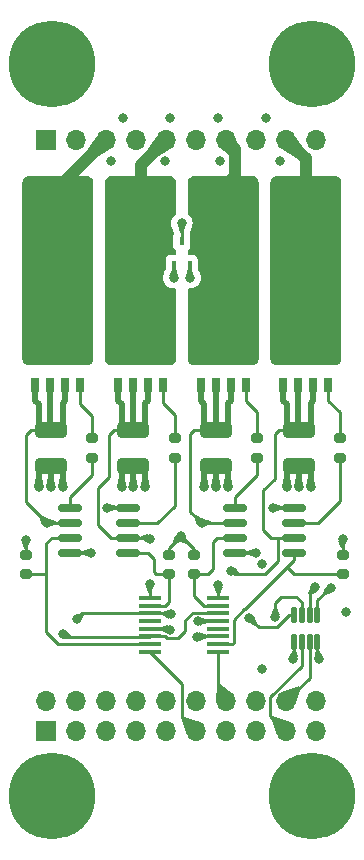
<source format=gbr>
%TF.GenerationSoftware,KiCad,Pcbnew,7.0.9*%
%TF.CreationDate,2024-02-15T22:31:25-05:00*%
%TF.ProjectId,pbm_driver4,70626d5f-6472-4697-9665-72342e6b6963,rev?*%
%TF.SameCoordinates,PX2625a0PY53ec60*%
%TF.FileFunction,Copper,L1,Top*%
%TF.FilePolarity,Positive*%
%FSLAX46Y46*%
G04 Gerber Fmt 4.6, Leading zero omitted, Abs format (unit mm)*
G04 Created by KiCad (PCBNEW 7.0.9) date 2024-02-15 22:31:25*
%MOMM*%
%LPD*%
G01*
G04 APERTURE LIST*
G04 Aperture macros list*
%AMRoundRect*
0 Rectangle with rounded corners*
0 $1 Rounding radius*
0 $2 $3 $4 $5 $6 $7 $8 $9 X,Y pos of 4 corners*
0 Add a 4 corners polygon primitive as box body*
4,1,4,$2,$3,$4,$5,$6,$7,$8,$9,$2,$3,0*
0 Add four circle primitives for the rounded corners*
1,1,$1+$1,$2,$3*
1,1,$1+$1,$4,$5*
1,1,$1+$1,$6,$7*
1,1,$1+$1,$8,$9*
0 Add four rect primitives between the rounded corners*
20,1,$1+$1,$2,$3,$4,$5,0*
20,1,$1+$1,$4,$5,$6,$7,0*
20,1,$1+$1,$6,$7,$8,$9,0*
20,1,$1+$1,$8,$9,$2,$3,0*%
%AMFreePoly0*
4,1,9,2.975000,-2.350000,1.425000,-2.350000,1.425000,-2.100000,-1.650000,-2.100000,-1.650000,2.100000,1.425000,2.100000,1.425000,2.350000,2.975000,2.350000,2.975000,-2.350000,2.975000,-2.350000,$1*%
G04 Aperture macros list end*
%TA.AperFunction,ComponentPad*%
%ADD10R,1.700000X1.700000*%
%TD*%
%TA.AperFunction,ComponentPad*%
%ADD11O,1.700000X1.700000*%
%TD*%
%TA.AperFunction,SMDPad,CuDef*%
%ADD12R,1.955432X0.420766*%
%TD*%
%TA.AperFunction,SMDPad,CuDef*%
%ADD13R,0.700000X1.150000*%
%TD*%
%TA.AperFunction,SMDPad,CuDef*%
%ADD14FreePoly0,90.000000*%
%TD*%
%TA.AperFunction,SMDPad,CuDef*%
%ADD15RoundRect,0.125000X-0.125000X0.537500X-0.125000X-0.537500X0.125000X-0.537500X0.125000X0.537500X0*%
%TD*%
%TA.AperFunction,SMDPad,CuDef*%
%ADD16RoundRect,0.150000X-0.825000X-0.150000X0.825000X-0.150000X0.825000X0.150000X-0.825000X0.150000X0*%
%TD*%
%TA.AperFunction,SMDPad,CuDef*%
%ADD17RoundRect,0.200000X-0.275000X0.200000X-0.275000X-0.200000X0.275000X-0.200000X0.275000X0.200000X0*%
%TD*%
%TA.AperFunction,SMDPad,CuDef*%
%ADD18RoundRect,0.250000X-1.075000X0.400000X-1.075000X-0.400000X1.075000X-0.400000X1.075000X0.400000X0*%
%TD*%
%TA.AperFunction,SMDPad,CuDef*%
%ADD19R,0.450000X0.700000*%
%TD*%
%TA.AperFunction,ComponentPad*%
%ADD20C,7.330000*%
%TD*%
%TA.AperFunction,ViaPad*%
%ADD21C,0.800000*%
%TD*%
%TA.AperFunction,Conductor*%
%ADD22C,0.250000*%
%TD*%
%TA.AperFunction,Conductor*%
%ADD23C,0.500000*%
%TD*%
%TA.AperFunction,Conductor*%
%ADD24C,1.000000*%
%TD*%
G04 APERTURE END LIST*
D10*
%TO.P,J1,1,Pin_1*%
%TO.N,GND*%
X3500000Y9500000D03*
D11*
%TO.P,J1,2,Pin_2*%
%TO.N,+12V*%
X3500000Y12040000D03*
%TO.P,J1,3,Pin_3*%
%TO.N,/DAC1*%
X6040000Y9500000D03*
%TO.P,J1,4,Pin_4*%
%TO.N,/DAC2*%
X6040000Y12040000D03*
%TO.P,J1,5,Pin_5*%
%TO.N,/SENSE1*%
X8580000Y9500000D03*
%TO.P,J1,6,Pin_6*%
%TO.N,/SENSE2*%
X8580000Y12040000D03*
%TO.P,J1,7,Pin_7*%
%TO.N,/SENSE3*%
X11120000Y9500000D03*
%TO.P,J1,8,Pin_8*%
%TO.N,/SENSE4*%
X11120000Y12040000D03*
%TO.P,J1,9,Pin_9*%
%TO.N,GND*%
X13660000Y9500000D03*
%TO.P,J1,10,Pin_10*%
X13660000Y12040000D03*
%TO.P,J1,11,Pin_11*%
%TO.N,/SEL1*%
X16200000Y9500000D03*
%TO.P,J1,12,Pin_12*%
%TO.N,/SEL2*%
X16200000Y12040000D03*
%TO.P,J1,13,Pin_13*%
%TO.N,/SEL3*%
X18740000Y9500000D03*
%TO.P,J1,14,Pin_14*%
%TO.N,/SEL4*%
X18740000Y12040000D03*
%TO.P,J1,15,Pin_15*%
%TO.N,GND*%
X21280000Y9500000D03*
%TO.P,J1,16,Pin_16*%
X21280000Y12040000D03*
%TO.P,J1,17,Pin_17*%
%TO.N,/I2C_SCL*%
X23820000Y9500000D03*
%TO.P,J1,18,Pin_18*%
%TO.N,/I2C_SDA*%
X23820000Y12040000D03*
%TO.P,J1,19,Pin_19*%
%TO.N,GND*%
X26360000Y9500000D03*
%TO.P,J1,20,Pin_20*%
%TO.N,+3.3V*%
X26360000Y12040000D03*
%TD*%
D10*
%TO.P,J2,1,Pin_1*%
%TO.N,GND*%
X3500000Y59600000D03*
D11*
%TO.P,J2,2,Pin_2*%
%TO.N,+12V*%
X6040000Y59600000D03*
%TO.P,J2,3,Pin_3*%
%TO.N,/LED1*%
X8580000Y59600000D03*
%TO.P,J2,4,Pin_4*%
%TO.N,+12V*%
X11120000Y59600000D03*
%TO.P,J2,5,Pin_5*%
%TO.N,/LED2*%
X13660000Y59600000D03*
%TO.P,J2,6,Pin_6*%
%TO.N,+12V*%
X16200000Y59600000D03*
%TO.P,J2,7,Pin_7*%
%TO.N,/LED3*%
X18740000Y59600000D03*
%TO.P,J2,8,Pin_8*%
%TO.N,+12V*%
X21280000Y59600000D03*
%TO.P,J2,9,Pin_9*%
%TO.N,/LED4*%
X23820000Y59600000D03*
%TO.P,J2,10,Pin_10*%
%TO.N,GND*%
X26360000Y59600000D03*
%TD*%
D12*
%TO.P,U10,1,SEL1*%
%TO.N,/SEL2*%
X12324616Y20774999D03*
%TO.P,U10,2,D1*%
%TO.N,/Sheet 2/REF2*%
X12324616Y20125001D03*
%TO.P,U10,3,S1*%
%TO.N,/DAC2*%
X12324616Y19474999D03*
%TO.P,U10,4,NC*%
%TO.N,unconnected-(U10-NC-Pad4)*%
X12324616Y18825001D03*
%TO.P,U10,5,GND*%
%TO.N,GND*%
X12324616Y18174999D03*
%TO.P,U10,6,S4*%
%TO.N,/DAC1*%
X12324616Y17525001D03*
%TO.P,U10,7,D4*%
%TO.N,/Sheet 2/REF1*%
X12324616Y16874999D03*
%TO.P,U10,8,SEL4*%
%TO.N,/SEL1*%
X12324616Y16225001D03*
%TO.P,U10,9,SEL3*%
%TO.N,/SEL4*%
X18075384Y16225001D03*
%TO.P,U10,10,D3*%
%TO.N,/Sheet 2/REF4*%
X18075384Y16874999D03*
%TO.P,U10,11,S3*%
%TO.N,/DAC2*%
X18075384Y17525001D03*
%TO.P,U10,12,NC*%
%TO.N,unconnected-(U10-NC-Pad12)*%
X18075384Y18174999D03*
%TO.P,U10,13,VDD*%
%TO.N,+3.3V*%
X18075384Y18825001D03*
%TO.P,U10,14,S2*%
%TO.N,/DAC1*%
X18075384Y19474999D03*
%TO.P,U10,15,D2*%
%TO.N,/Sheet 2/REF3*%
X18075384Y20125001D03*
%TO.P,U10,16,SEL2*%
%TO.N,/SEL3*%
X18075384Y20774999D03*
%TD*%
D13*
%TO.P,Q4,1,S*%
%TO.N,/SENSE4*%
X23590000Y38830000D03*
%TO.P,Q4,2,S*%
X24860000Y38830000D03*
%TO.P,Q4,3,S*%
X26140000Y38830000D03*
%TO.P,Q4,4,G*%
%TO.N,Net-(Q4-G)*%
X27410000Y38830000D03*
D14*
%TO.P,Q4,5,D*%
%TO.N,/LED4*%
X25500000Y42100000D03*
%TD*%
D13*
%TO.P,Q3,1,S*%
%TO.N,/SENSE3*%
X16590000Y38830000D03*
%TO.P,Q3,2,S*%
X17860000Y38830000D03*
%TO.P,Q3,3,S*%
X19140000Y38830000D03*
%TO.P,Q3,4,G*%
%TO.N,Net-(Q3-G)*%
X20410000Y38830000D03*
D14*
%TO.P,Q3,5,D*%
%TO.N,/LED3*%
X18500000Y42100000D03*
%TD*%
D13*
%TO.P,Q2,1,S*%
%TO.N,/SENSE2*%
X9590000Y38830000D03*
%TO.P,Q2,2,S*%
X10860000Y38830000D03*
%TO.P,Q2,3,S*%
X12140000Y38830000D03*
%TO.P,Q2,4,G*%
%TO.N,Net-(Q2-G)*%
X13410000Y38830000D03*
D14*
%TO.P,Q2,5,D*%
%TO.N,/LED2*%
X11500000Y42100000D03*
%TD*%
D13*
%TO.P,Q1,1,S*%
%TO.N,/SENSE1*%
X2590000Y38830000D03*
%TO.P,Q1,2,S*%
X3860000Y38830000D03*
%TO.P,Q1,3,S*%
X5140000Y38830000D03*
%TO.P,Q1,4,G*%
%TO.N,Net-(Q1-G)*%
X6410000Y38830000D03*
D14*
%TO.P,Q1,5,D*%
%TO.N,/LED1*%
X4500000Y42100000D03*
%TD*%
D15*
%TO.P,U3,1,DXP*%
%TO.N,/Sheet 5/DX_P*%
X26475000Y19337500D03*
%TO.P,U3,2,DXN*%
%TO.N,/Sheet 5/DX_N*%
X25825000Y19337500D03*
%TO.P,U3,3,A1*%
%TO.N,/Sheet 5/A1*%
X25175000Y19337500D03*
%TO.P,U3,4,A0*%
%TO.N,/Sheet 5/A0*%
X24525000Y19337500D03*
%TO.P,U3,5,GND*%
%TO.N,GND*%
X24525000Y17062500D03*
%TO.P,U3,6,SDA*%
%TO.N,/I2C_SCL*%
X25175000Y17062500D03*
%TO.P,U3,7,SCL*%
%TO.N,/I2C_SDA*%
X25825000Y17062500D03*
%TO.P,U3,8,V+*%
%TO.N,+3.3V*%
X26475000Y17062500D03*
%TD*%
D16*
%TO.P,U2,1*%
%TO.N,Net-(R13-Pad1)*%
X19525000Y28405000D03*
%TO.P,U2,2,-*%
%TO.N,/SENSE3*%
X19525000Y27135000D03*
%TO.P,U2,3,+*%
%TO.N,/Sheet 2/REF3*%
X19525000Y25865000D03*
%TO.P,U2,4,V-*%
%TO.N,GND*%
X19525000Y24595000D03*
%TO.P,U2,5,+*%
%TO.N,/Sheet 2/REF4*%
X24475000Y24595000D03*
%TO.P,U2,6,-*%
%TO.N,/SENSE4*%
X24475000Y25865000D03*
%TO.P,U2,7*%
%TO.N,Net-(R14-Pad1)*%
X24475000Y27135000D03*
%TO.P,U2,8,V+*%
%TO.N,+12V*%
X24475000Y28405000D03*
%TD*%
%TO.P,U1,1*%
%TO.N,Net-(R11-Pad1)*%
X5525000Y28405000D03*
%TO.P,U1,2,-*%
%TO.N,/SENSE1*%
X5525000Y27135000D03*
%TO.P,U1,3,+*%
%TO.N,/Sheet 2/REF1*%
X5525000Y25865000D03*
%TO.P,U1,4,V-*%
%TO.N,GND*%
X5525000Y24595000D03*
%TO.P,U1,5,+*%
%TO.N,/Sheet 2/REF2*%
X10475000Y24595000D03*
%TO.P,U1,6,-*%
%TO.N,/SENSE2*%
X10475000Y25865000D03*
%TO.P,U1,7*%
%TO.N,Net-(R12-Pad1)*%
X10475000Y27135000D03*
%TO.P,U1,8,V+*%
%TO.N,+12V*%
X10475000Y28405000D03*
%TD*%
D17*
%TO.P,R24,1*%
%TO.N,/Sheet 2/REF4*%
X28600000Y22775000D03*
%TO.P,R24,2*%
%TO.N,GND*%
X28600000Y24425000D03*
%TD*%
%TO.P,R23,1*%
%TO.N,/Sheet 2/REF3*%
X16000000Y22775000D03*
%TO.P,R23,2*%
%TO.N,GND*%
X16000000Y24425000D03*
%TD*%
%TO.P,R22,1*%
%TO.N,/Sheet 2/REF2*%
X13900000Y22775000D03*
%TO.P,R22,2*%
%TO.N,GND*%
X13900000Y24425000D03*
%TD*%
%TO.P,R21,1*%
%TO.N,/Sheet 2/REF1*%
X1800000Y22775000D03*
%TO.P,R21,2*%
%TO.N,GND*%
X1800000Y24425000D03*
%TD*%
%TO.P,R14,1*%
%TO.N,Net-(R14-Pad1)*%
X28400000Y32675000D03*
%TO.P,R14,2*%
%TO.N,Net-(Q4-G)*%
X28400000Y34325000D03*
%TD*%
%TO.P,R13,1*%
%TO.N,Net-(R13-Pad1)*%
X21400000Y32675000D03*
%TO.P,R13,2*%
%TO.N,Net-(Q3-G)*%
X21400000Y34325000D03*
%TD*%
%TO.P,R12,1*%
%TO.N,Net-(R12-Pad1)*%
X14400000Y32675000D03*
%TO.P,R12,2*%
%TO.N,Net-(Q2-G)*%
X14400000Y34325000D03*
%TD*%
%TO.P,R11,1*%
%TO.N,Net-(R11-Pad1)*%
X7400000Y32675000D03*
%TO.P,R11,2*%
%TO.N,Net-(Q1-G)*%
X7400000Y34325000D03*
%TD*%
D18*
%TO.P,R4,1*%
%TO.N,/SENSE4*%
X24900000Y35050000D03*
%TO.P,R4,2*%
%TO.N,GND*%
X24900000Y31950000D03*
%TD*%
%TO.P,R3,1*%
%TO.N,/SENSE3*%
X17900000Y35050000D03*
%TO.P,R3,2*%
%TO.N,GND*%
X17900000Y31950000D03*
%TD*%
%TO.P,R2,1*%
%TO.N,/SENSE2*%
X10900000Y35050000D03*
%TO.P,R2,2*%
%TO.N,GND*%
X10900000Y31950000D03*
%TD*%
%TO.P,R1,1*%
%TO.N,/SENSE1*%
X3900000Y35050000D03*
%TO.P,R1,2*%
%TO.N,GND*%
X3900000Y31950000D03*
%TD*%
D19*
%TO.P,Q5,1,B*%
%TO.N,/Sheet 5/DX_N*%
X14350000Y49000000D03*
%TO.P,Q5,2,E*%
%TO.N,/Sheet 5/DX_P*%
X15650000Y49000000D03*
%TO.P,Q5,3,C*%
%TO.N,GND*%
X15000000Y51000000D03*
%TD*%
D20*
%TO.P,H4,1,1*%
%TO.N,GND*%
X26000000Y4000000D03*
%TD*%
%TO.P,H3,1,1*%
%TO.N,GND*%
X4000000Y4000000D03*
%TD*%
%TO.P,H2,1,1*%
%TO.N,GND*%
X26000000Y66000000D03*
%TD*%
%TO.P,H1,1,1*%
%TO.N,GND*%
X4000000Y66000000D03*
%TD*%
D21*
%TO.N,+12V*%
X8700000Y28400000D03*
X22700000Y28400000D03*
%TO.N,GND*%
X4900000Y30200000D03*
X10900000Y30200000D03*
X15000000Y52500000D03*
X14900000Y26000000D03*
X17900000Y30200000D03*
X11900000Y30200000D03*
X3900000Y30200000D03*
X18100000Y61400000D03*
X28600000Y25800000D03*
X21300000Y24600000D03*
X2900000Y30200000D03*
X1800000Y25700000D03*
X9000000Y57800000D03*
X18200000Y57800000D03*
X23300000Y57800000D03*
X13600000Y57800000D03*
X14000000Y18100000D03*
X24450500Y15600000D03*
X9900000Y30200000D03*
X24900000Y30200000D03*
X10000000Y61400000D03*
X25900000Y30200000D03*
X18900000Y30200000D03*
X7300000Y24600000D03*
X16900000Y30200000D03*
X14000000Y61400000D03*
X23900000Y30200000D03*
X22100000Y61400000D03*
X21800000Y23700000D03*
%TO.N,+3.3V*%
X16400000Y18800000D03*
X28900000Y19600000D03*
X21800000Y14800000D03*
X26600000Y15600000D03*
%TO.N,/LED1*%
X6000000Y46300000D03*
X4400000Y46300000D03*
X2800000Y46300000D03*
%TO.N,/LED2*%
X11500000Y46300000D03*
X13100000Y46300000D03*
X9900000Y46300000D03*
%TO.N,/LED3*%
X18700000Y46300000D03*
X17100000Y46300000D03*
X20300000Y46300000D03*
%TO.N,/LED4*%
X25500000Y46300000D03*
X23900000Y46300000D03*
X27100000Y46300000D03*
%TO.N,/SENSE1*%
X3565000Y27135000D03*
%TO.N,/SENSE2*%
X12300000Y25800000D03*
%TO.N,/SENSE3*%
X16665000Y27135000D03*
%TO.N,/SENSE4*%
X19200000Y23100000D03*
%TO.N,/DAC1*%
X4900000Y17700000D03*
%TO.N,/SEL3*%
X18100000Y21900000D03*
%TO.N,/SEL2*%
X12300000Y22000000D03*
%TO.N,/DAC2*%
X14100000Y19400000D03*
X16300000Y17500000D03*
X6100000Y19000000D03*
%TO.N,/Sheet 5/A1*%
X22900000Y19162299D03*
%TO.N,/Sheet 5/A0*%
X20700000Y19100000D03*
%TO.N,/Sheet 5/DX_N*%
X26300000Y21700000D03*
X14300000Y47900000D03*
%TO.N,/Sheet 5/DX_P*%
X27600000Y21600000D03*
X15700000Y47900000D03*
%TD*%
D22*
%TO.N,GND*%
X24525000Y15674500D02*
X24525000Y17062500D01*
X24450500Y15600000D02*
X24525000Y15674500D01*
%TO.N,/SEL1*%
X15025000Y10675000D02*
X16200000Y9500000D01*
X15025000Y13524617D02*
X15025000Y10675000D01*
%TO.N,/SEL4*%
X18075384Y12704616D02*
X18740000Y12040000D01*
X18075384Y16225001D02*
X18075384Y12704616D01*
%TO.N,/I2C_SDA*%
X25825000Y14045000D02*
X23820000Y12040000D01*
X25825000Y17062500D02*
X25825000Y14045000D01*
%TO.N,/I2C_SCL*%
X22500000Y10820000D02*
X23820000Y9500000D01*
X22500000Y12381701D02*
X22500000Y10820000D01*
X25175000Y15056701D02*
X22500000Y12381701D01*
X25175000Y17062500D02*
X25175000Y15056701D01*
%TO.N,+12V*%
X22705000Y28405000D02*
X22700000Y28400000D01*
X10475000Y28405000D02*
X8705000Y28405000D01*
X24475000Y28405000D02*
X22705000Y28405000D01*
X8705000Y28405000D02*
X8700000Y28400000D01*
D23*
%TO.N,GND*%
X17900000Y30200000D02*
X17900000Y31950000D01*
X4900000Y31950000D02*
X4900000Y30200000D01*
X16900000Y30200000D02*
X16900000Y31950000D01*
D22*
X7295000Y24595000D02*
X7300000Y24600000D01*
X15000000Y51000000D02*
X15000000Y52500000D01*
X28600000Y24425000D02*
X28600000Y25800000D01*
D23*
X18900000Y30200000D02*
X18900000Y31950000D01*
D22*
X5525000Y24595000D02*
X7295000Y24595000D01*
D23*
X10900000Y30200000D02*
X10900000Y31950000D01*
X3900000Y30200000D02*
X3900000Y31950000D01*
D22*
X13925001Y18174999D02*
X14000000Y18100000D01*
D23*
X25900000Y30200000D02*
X25900000Y31950000D01*
D22*
X13900000Y25000000D02*
X14900000Y26000000D01*
D23*
X9900000Y31950000D02*
X9900000Y30200000D01*
D22*
X21295000Y24595000D02*
X21300000Y24600000D01*
D23*
X24900000Y30200000D02*
X24900000Y31950000D01*
D22*
X1800000Y24425000D02*
X1800000Y25700000D01*
X12324616Y18174999D02*
X13925001Y18174999D01*
D23*
X23900000Y30200000D02*
X23900000Y31950000D01*
D22*
X16000000Y24900000D02*
X14900000Y26000000D01*
D23*
X11900000Y30200000D02*
X11900000Y31950000D01*
X2900000Y30200000D02*
X2900000Y31950000D01*
D22*
X13900000Y24425000D02*
X13900000Y25000000D01*
X16000000Y24425000D02*
X16000000Y24900000D01*
X19525000Y24595000D02*
X21295000Y24595000D01*
%TO.N,+3.3V*%
X26475000Y17062500D02*
X26475000Y15725000D01*
X16425001Y18825001D02*
X16400000Y18800000D01*
X26475000Y15725000D02*
X26600000Y15600000D01*
X18075384Y18825001D02*
X16425001Y18825001D01*
D24*
%TO.N,/LED1*%
X4400000Y46700000D02*
X4400000Y55420000D01*
X4400000Y55420000D02*
X8580000Y59600000D01*
X4400000Y42200000D02*
X4400000Y46700000D01*
%TO.N,/LED2*%
X11500000Y46700000D02*
X11500000Y57440000D01*
X11500000Y42100000D02*
X11500000Y46700000D01*
X11500000Y57440000D02*
X13660000Y59600000D01*
%TO.N,/LED3*%
X18700000Y46700000D02*
X18700000Y55744365D01*
X19500000Y58840000D02*
X18740000Y59600000D01*
X19500000Y56544365D02*
X19500000Y58840000D01*
X18700000Y42300000D02*
X18700000Y46700000D01*
X18700000Y55744365D02*
X19500000Y56544365D01*
%TO.N,/LED4*%
X25425000Y57995000D02*
X23820000Y59600000D01*
X25500000Y57995000D02*
X25425000Y57995000D01*
X25500000Y42100000D02*
X25500000Y46700000D01*
X25500000Y46700000D02*
X25500000Y57995000D01*
D22*
%TO.N,/SENSE1*%
X1800000Y34600000D02*
X2250000Y35050000D01*
X1800000Y28900000D02*
X1800000Y34600000D01*
D23*
X5140000Y37500000D02*
X4900000Y37260000D01*
X4900000Y37260000D02*
X4900000Y35050000D01*
X2590000Y37500000D02*
X2900000Y37190000D01*
D22*
X3565000Y27135000D02*
X1800000Y28900000D01*
D23*
X2900000Y37190000D02*
X2900000Y35050000D01*
D22*
X2250000Y35050000D02*
X3900000Y35050000D01*
X5525000Y27135000D02*
X3565000Y27135000D01*
D23*
X3860000Y38830000D02*
X3860000Y35090000D01*
X2590000Y38830000D02*
X2590000Y37500000D01*
X5140000Y38830000D02*
X5140000Y37500000D01*
D22*
%TO.N,Net-(Q1-G)*%
X6410000Y37190000D02*
X7400000Y36200000D01*
X7400000Y36200000D02*
X7400000Y34325000D01*
X6410000Y38830000D02*
X6410000Y37190000D01*
%TO.N,/SENSE2*%
X8800000Y31000000D02*
X8800000Y34600000D01*
X9250000Y35050000D02*
X10900000Y35050000D01*
X10475000Y25865000D02*
X9035000Y25865000D01*
D23*
X12140000Y38830000D02*
X12140000Y37500000D01*
X10860000Y38830000D02*
X10860000Y35090000D01*
X9590000Y38830000D02*
X9590000Y37500000D01*
D22*
X8800000Y34600000D02*
X9250000Y35050000D01*
X9035000Y25865000D02*
X7900000Y27000000D01*
X7900000Y30100000D02*
X8800000Y31000000D01*
D23*
X9900000Y37190000D02*
X9900000Y35050000D01*
X12140000Y37500000D02*
X11900000Y37260000D01*
D22*
X7900000Y27000000D02*
X7900000Y30100000D01*
X12235000Y25865000D02*
X12300000Y25800000D01*
X10475000Y25865000D02*
X12235000Y25865000D01*
D23*
X11900000Y37260000D02*
X11900000Y35050000D01*
X9590000Y37500000D02*
X9900000Y37190000D01*
D22*
%TO.N,Net-(Q2-G)*%
X14400000Y36300000D02*
X14400000Y34325000D01*
X13410000Y37290000D02*
X14400000Y36300000D01*
X13410000Y38830000D02*
X13410000Y37290000D01*
%TO.N,/SENSE3*%
X19525000Y27135000D02*
X16665000Y27135000D01*
D23*
X16900000Y37190000D02*
X16900000Y35050000D01*
X16590000Y37500000D02*
X16900000Y37190000D01*
X16590000Y38830000D02*
X16590000Y37500000D01*
X19140000Y37500000D02*
X18900000Y37260000D01*
X19140000Y38830000D02*
X19140000Y37500000D01*
D22*
X16665000Y27135000D02*
X15700000Y28100000D01*
D23*
X18900000Y37260000D02*
X18900000Y35050000D01*
D22*
X15700000Y28100000D02*
X15700000Y34700000D01*
X15700000Y34700000D02*
X16050000Y35050000D01*
D23*
X17860000Y38830000D02*
X17860000Y35090000D01*
D22*
X16050000Y35050000D02*
X17900000Y35050000D01*
%TO.N,Net-(Q3-G)*%
X20410000Y38830000D02*
X20410000Y37490000D01*
X21400000Y36500000D02*
X21400000Y34325000D01*
X20410000Y37490000D02*
X21400000Y36500000D01*
%TO.N,/SENSE4*%
X23100000Y25865000D02*
X22535000Y25865000D01*
D23*
X23590000Y38830000D02*
X23590000Y37500000D01*
D22*
X23250000Y35050000D02*
X24900000Y35050000D01*
X21900000Y29900000D02*
X22900000Y30900000D01*
D23*
X23590000Y37500000D02*
X23900000Y37190000D01*
D22*
X21900000Y26500000D02*
X21900000Y29900000D01*
X22900000Y34700000D02*
X23250000Y35050000D01*
D23*
X23900000Y37190000D02*
X23900000Y35050000D01*
D22*
X22900000Y30900000D02*
X22900000Y34700000D01*
X24475000Y25865000D02*
X23100000Y25865000D01*
D23*
X26140000Y38830000D02*
X26140000Y37500000D01*
X25900000Y37260000D02*
X25900000Y35050000D01*
X24860000Y38830000D02*
X24860000Y35090000D01*
D22*
X22000305Y22775000D02*
X23100000Y23874695D01*
X19525000Y22775000D02*
X22000305Y22775000D01*
X19200000Y23100000D02*
X19525000Y22775000D01*
X23100000Y23874695D02*
X23100000Y25865000D01*
D23*
X26140000Y37500000D02*
X25900000Y37260000D01*
D22*
X22535000Y25865000D02*
X21900000Y26500000D01*
%TO.N,Net-(Q4-G)*%
X27410000Y37490000D02*
X28400000Y36500000D01*
X28400000Y36500000D02*
X28400000Y34325000D01*
X27410000Y38830000D02*
X27410000Y37490000D01*
%TO.N,Net-(R11-Pad1)*%
X5525000Y28405000D02*
X5525000Y29325000D01*
X7400000Y31200000D02*
X7400000Y32675000D01*
X5525000Y29325000D02*
X7400000Y31200000D01*
%TO.N,Net-(R12-Pad1)*%
X14400000Y28600000D02*
X14400000Y32675000D01*
X12935000Y27135000D02*
X14400000Y28600000D01*
X10475000Y27135000D02*
X12935000Y27135000D01*
%TO.N,Net-(R13-Pad1)*%
X19525000Y29325000D02*
X21400000Y31200000D01*
X21400000Y31200000D02*
X21400000Y32675000D01*
X19525000Y28405000D02*
X19525000Y29325000D01*
%TO.N,Net-(R14-Pad1)*%
X28400000Y29000000D02*
X28400000Y32675000D01*
X24475000Y27135000D02*
X26535000Y27135000D01*
X26535000Y27135000D02*
X28400000Y29000000D01*
%TO.N,/Sheet 2/REF1*%
X12324616Y16874999D02*
X4525001Y16874999D01*
X4525001Y16874999D02*
X3500000Y17900000D01*
X3500000Y17900000D02*
X3500000Y22800000D01*
X3965000Y25865000D02*
X3500000Y25400000D01*
X3500000Y25400000D02*
X3500000Y22800000D01*
X1800000Y22775000D02*
X3475000Y22775000D01*
X3475000Y22775000D02*
X3500000Y22800000D01*
X5525000Y25865000D02*
X3965000Y25865000D01*
%TO.N,/Sheet 2/REF2*%
X12600000Y24100000D02*
X12600000Y23000000D01*
X10475000Y24595000D02*
X12105000Y24595000D01*
X12600000Y23000000D02*
X12825000Y22775000D01*
X12324616Y20125001D02*
X13552332Y20125001D01*
X13552332Y20125001D02*
X13900000Y20472669D01*
X12825000Y22775000D02*
X13900000Y22775000D01*
X12105000Y24595000D02*
X12600000Y24100000D01*
X13900000Y20472669D02*
X13900000Y22775000D01*
%TO.N,/Sheet 2/REF3*%
X19525000Y25865000D02*
X17965000Y25865000D01*
X16847668Y20125001D02*
X16000000Y20972669D01*
X16000000Y20972669D02*
X16000000Y22775000D01*
X17175000Y22775000D02*
X16000000Y22775000D01*
X18075384Y20125001D02*
X16847668Y20125001D01*
X17600000Y23200000D02*
X17175000Y22775000D01*
X17600000Y25500000D02*
X17600000Y23200000D01*
X17965000Y25865000D02*
X17600000Y25500000D01*
%TO.N,/Sheet 2/REF4*%
X19378100Y16989618D02*
X19378100Y18903405D01*
X28600000Y22775000D02*
X24525000Y22775000D01*
X19263481Y16874999D02*
X19378100Y16989618D01*
X18075384Y16874999D02*
X19263481Y16874999D01*
X20325000Y19825000D02*
X23900000Y23400000D01*
X24475000Y23975000D02*
X24475000Y24595000D01*
X24525000Y22775000D02*
X23900000Y23400000D01*
X20299695Y19825000D02*
X20325000Y19825000D01*
X19378100Y18903405D02*
X20299695Y19825000D01*
X23900000Y23400000D02*
X24475000Y23975000D01*
%TO.N,/SEL1*%
X12324616Y16225001D02*
X15025000Y13524617D01*
%TO.N,/DAC1*%
X14675000Y17375000D02*
X15300000Y18000000D01*
X15300000Y18000000D02*
X15300000Y18900000D01*
X5100000Y17500000D02*
X12299615Y17500000D01*
X13549694Y17525001D02*
X13699695Y17375000D01*
X12324616Y17525001D02*
X13549694Y17525001D01*
X4900000Y17700000D02*
X5100000Y17500000D01*
X13699695Y17375000D02*
X14675000Y17375000D01*
X15300000Y18900000D02*
X15925000Y19525000D01*
X15925000Y19525000D02*
X18025383Y19525000D01*
%TO.N,/SEL3*%
X18100000Y21900000D02*
X18100000Y20799615D01*
%TO.N,/SEL2*%
X12300000Y22000000D02*
X12300000Y20799615D01*
%TO.N,/DAC2*%
X12324616Y19474999D02*
X6574999Y19474999D01*
X14025001Y19474999D02*
X14100000Y19400000D01*
X16325001Y17525001D02*
X16300000Y17500000D01*
X6574999Y19474999D02*
X6100000Y19000000D01*
X18075384Y17525001D02*
X16325001Y17525001D01*
X12324616Y19474999D02*
X14025001Y19474999D01*
%TO.N,/Sheet 5/A1*%
X23400000Y20900000D02*
X24700000Y20900000D01*
X23400000Y20900000D02*
X22900000Y20400000D01*
X25175000Y20425000D02*
X25175000Y19337500D01*
X24700000Y20900000D02*
X25175000Y20425000D01*
X22900000Y20400000D02*
X22900000Y19162299D01*
%TO.N,/Sheet 5/A0*%
X21500000Y18300000D02*
X20700000Y19100000D01*
X24525000Y19337500D02*
X24100506Y19337500D01*
X23063006Y18300000D02*
X21500000Y18300000D01*
X24100506Y19337500D02*
X23063006Y18300000D01*
%TO.N,/Sheet 5/DX_N*%
X14350000Y47950000D02*
X14300000Y47900000D01*
X14350000Y49000000D02*
X14350000Y47950000D01*
X25825000Y21225000D02*
X26300000Y21700000D01*
X25825000Y19337500D02*
X25825000Y21225000D01*
%TO.N,/Sheet 5/DX_P*%
X27500000Y21600000D02*
X26475000Y20575000D01*
X27600000Y21600000D02*
X27500000Y21600000D01*
X15650000Y49000000D02*
X15650000Y47950000D01*
X15650000Y47950000D02*
X15700000Y47900000D01*
X26475000Y20575000D02*
X26475000Y19337500D01*
%TD*%
%TA.AperFunction,Conductor*%
%TO.N,/LED3*%
G36*
X21004031Y56499469D02*
G01*
X21024783Y56496737D01*
X21113224Y56485093D01*
X21144491Y56476715D01*
X21234918Y56439259D01*
X21262951Y56423074D01*
X21340601Y56363491D01*
X21363491Y56340601D01*
X21423074Y56262951D01*
X21439259Y56234918D01*
X21476715Y56144491D01*
X21485093Y56113224D01*
X21499469Y56004035D01*
X21500000Y55995934D01*
X21500000Y41004065D01*
X21499469Y40995964D01*
X21485093Y40886775D01*
X21476715Y40855508D01*
X21439259Y40765081D01*
X21423074Y40737048D01*
X21363491Y40659398D01*
X21340602Y40636509D01*
X21288526Y40596549D01*
X21262951Y40576925D01*
X21234918Y40560740D01*
X21144491Y40523284D01*
X21113223Y40514906D01*
X21004031Y40500530D01*
X20995933Y40500000D01*
X16004067Y40500000D01*
X15995967Y40500530D01*
X15886775Y40514906D01*
X15855508Y40523284D01*
X15765079Y40560740D01*
X15737050Y40576923D01*
X15659392Y40636513D01*
X15636513Y40659392D01*
X15576923Y40737050D01*
X15560740Y40765081D01*
X15523284Y40855508D01*
X15514906Y40886776D01*
X15500531Y40995964D01*
X15500000Y41004066D01*
X15500000Y46875500D01*
X15519685Y46942539D01*
X15572489Y46988294D01*
X15624000Y46999500D01*
X15794645Y46999500D01*
X15794646Y46999500D01*
X15834001Y47007865D01*
X15979802Y47038855D01*
X15979807Y47038857D01*
X16152729Y47115848D01*
X16152734Y47115851D01*
X16305870Y47227111D01*
X16305871Y47227112D01*
X16432533Y47367784D01*
X16527179Y47531716D01*
X16585674Y47711744D01*
X16605460Y47900000D01*
X16585674Y48088256D01*
X16527179Y48268284D01*
X16527176Y48268289D01*
X16526980Y48268730D01*
X16524919Y48272702D01*
X16523273Y48276260D01*
X16523270Y48276272D01*
X16386948Y48571070D01*
X16375499Y48623105D01*
X16375499Y49397872D01*
X16369091Y49457483D01*
X16318796Y49592331D01*
X16232546Y49707546D01*
X16117331Y49793796D01*
X15982483Y49844091D01*
X15922873Y49850500D01*
X15623998Y49850499D01*
X15556961Y49870183D01*
X15511206Y49922987D01*
X15500000Y49974499D01*
X15500000Y50168590D01*
X15519685Y50235629D01*
X15549687Y50267856D01*
X15582546Y50292454D01*
X15582546Y50292455D01*
X15582548Y50292456D01*
X15668793Y50407664D01*
X15668797Y50407671D01*
X15719091Y50542517D01*
X15725500Y50602127D01*
X15725499Y51397872D01*
X15719091Y51457483D01*
X15668796Y51592331D01*
X15668794Y51592333D01*
X15665696Y51600640D01*
X15667585Y51601344D01*
X15655191Y51658314D01*
X15662886Y51693319D01*
X15838393Y52157598D01*
X15852578Y52200940D01*
X15852580Y52200945D01*
X15853016Y52204327D01*
X15858063Y52226769D01*
X15885674Y52311744D01*
X15905460Y52500000D01*
X15885674Y52688256D01*
X15827179Y52868284D01*
X15732533Y53032216D01*
X15605871Y53172888D01*
X15551114Y53212670D01*
X15508449Y53267999D01*
X15500000Y53312988D01*
X15500000Y55995933D01*
X15500531Y56004035D01*
X15514906Y56113223D01*
X15523284Y56144491D01*
X15560740Y56234918D01*
X15576925Y56262951D01*
X15636508Y56340601D01*
X15659398Y56363491D01*
X15737048Y56423074D01*
X15765081Y56439259D01*
X15855508Y56476715D01*
X15886775Y56485093D01*
X15972457Y56496374D01*
X15995968Y56499469D01*
X16004066Y56500000D01*
X20995934Y56500000D01*
X21004031Y56499469D01*
G37*
%TD.AperFunction*%
%TD*%
%TA.AperFunction,Conductor*%
%TO.N,/LED4*%
G36*
X28004031Y56499469D02*
G01*
X28024783Y56496737D01*
X28113224Y56485093D01*
X28144491Y56476715D01*
X28234918Y56439259D01*
X28262951Y56423074D01*
X28340601Y56363491D01*
X28363491Y56340601D01*
X28423074Y56262951D01*
X28439259Y56234918D01*
X28476715Y56144491D01*
X28485093Y56113224D01*
X28499469Y56004035D01*
X28500000Y55995934D01*
X28500000Y41004065D01*
X28499469Y40995964D01*
X28485093Y40886775D01*
X28476715Y40855508D01*
X28439259Y40765081D01*
X28423074Y40737048D01*
X28363491Y40659398D01*
X28340602Y40636509D01*
X28288526Y40596549D01*
X28262951Y40576925D01*
X28234918Y40560740D01*
X28144491Y40523284D01*
X28113223Y40514906D01*
X28004031Y40500530D01*
X27995933Y40500000D01*
X23004067Y40500000D01*
X22995967Y40500530D01*
X22886775Y40514906D01*
X22855508Y40523284D01*
X22765079Y40560740D01*
X22737050Y40576923D01*
X22659392Y40636513D01*
X22636513Y40659392D01*
X22576923Y40737050D01*
X22560740Y40765081D01*
X22523284Y40855508D01*
X22514906Y40886776D01*
X22500531Y40995964D01*
X22500000Y41004066D01*
X22500000Y55995933D01*
X22500531Y56004035D01*
X22514906Y56113223D01*
X22523284Y56144491D01*
X22560740Y56234918D01*
X22576925Y56262951D01*
X22636508Y56340601D01*
X22659398Y56363491D01*
X22737048Y56423074D01*
X22765081Y56439259D01*
X22855508Y56476715D01*
X22886775Y56485093D01*
X22972457Y56496374D01*
X22995968Y56499469D01*
X23004066Y56500000D01*
X27995934Y56500000D01*
X28004031Y56499469D01*
G37*
%TD.AperFunction*%
%TD*%
%TA.AperFunction,Conductor*%
%TO.N,/LED2*%
G36*
X14004031Y56499469D02*
G01*
X14024783Y56496737D01*
X14113224Y56485093D01*
X14144491Y56476715D01*
X14234918Y56439259D01*
X14262951Y56423074D01*
X14340601Y56363491D01*
X14363491Y56340601D01*
X14423074Y56262951D01*
X14439259Y56234918D01*
X14476715Y56144491D01*
X14485093Y56113224D01*
X14499469Y56004035D01*
X14500000Y55995934D01*
X14500000Y53312988D01*
X14480315Y53245949D01*
X14448886Y53212671D01*
X14394129Y53172888D01*
X14267467Y53032216D01*
X14267466Y53032214D01*
X14172821Y52868284D01*
X14172818Y52868277D01*
X14116292Y52694309D01*
X14114326Y52688256D01*
X14094540Y52500000D01*
X14114326Y52311743D01*
X14114326Y52311742D01*
X14154620Y52187726D01*
X14156179Y52182014D01*
X14161600Y52157616D01*
X14161607Y52157592D01*
X14337112Y51693318D01*
X14342404Y51623649D01*
X14333932Y51600778D01*
X14334303Y51600640D01*
X14280908Y51457482D01*
X14274501Y51397883D01*
X14274500Y51397864D01*
X14274500Y50602129D01*
X14274501Y50602123D01*
X14280908Y50542516D01*
X14331202Y50407671D01*
X14331206Y50407664D01*
X14417451Y50292456D01*
X14450313Y50267856D01*
X14492183Y50211921D01*
X14500000Y50168590D01*
X14500000Y49974499D01*
X14480315Y49907460D01*
X14427511Y49861705D01*
X14376002Y49850499D01*
X14077128Y49850499D01*
X14028757Y49845299D01*
X14017516Y49844091D01*
X13882671Y49793797D01*
X13882664Y49793793D01*
X13767455Y49707547D01*
X13767452Y49707544D01*
X13681206Y49592335D01*
X13681202Y49592328D01*
X13630908Y49457482D01*
X13624501Y49397883D01*
X13624500Y49397864D01*
X13624500Y48623113D01*
X13613049Y48571068D01*
X13475077Y48272700D01*
X13473022Y48268735D01*
X13472821Y48268285D01*
X13471561Y48264405D01*
X13450684Y48207256D01*
X13450681Y48207243D01*
X13450311Y48204715D01*
X13445550Y48184355D01*
X13414326Y48088256D01*
X13394540Y47900000D01*
X13414326Y47711744D01*
X13414326Y47711741D01*
X13414327Y47711740D01*
X13472818Y47531722D01*
X13472821Y47531715D01*
X13567466Y47367785D01*
X13694129Y47227111D01*
X13847265Y47115851D01*
X13847270Y47115848D01*
X14020192Y47038857D01*
X14020197Y47038855D01*
X14172897Y47006398D01*
X14205354Y46999500D01*
X14205355Y46999500D01*
X14376000Y46999500D01*
X14443039Y46979815D01*
X14488794Y46927011D01*
X14500000Y46875500D01*
X14500000Y41004065D01*
X14499469Y40995964D01*
X14485093Y40886775D01*
X14476715Y40855508D01*
X14439259Y40765081D01*
X14423074Y40737048D01*
X14363491Y40659398D01*
X14340602Y40636509D01*
X14288526Y40596549D01*
X14262951Y40576925D01*
X14234918Y40560740D01*
X14144491Y40523284D01*
X14113223Y40514906D01*
X14004031Y40500530D01*
X13995933Y40500000D01*
X9004067Y40500000D01*
X8995967Y40500530D01*
X8886775Y40514906D01*
X8855508Y40523284D01*
X8765079Y40560740D01*
X8737050Y40576923D01*
X8659392Y40636513D01*
X8636513Y40659392D01*
X8576923Y40737050D01*
X8560740Y40765081D01*
X8523284Y40855508D01*
X8514906Y40886776D01*
X8500531Y40995964D01*
X8500000Y41004066D01*
X8500000Y55995933D01*
X8500531Y56004035D01*
X8514906Y56113223D01*
X8523284Y56144491D01*
X8560740Y56234918D01*
X8576925Y56262951D01*
X8636508Y56340601D01*
X8659398Y56363491D01*
X8737048Y56423074D01*
X8765081Y56439259D01*
X8855508Y56476715D01*
X8886775Y56485093D01*
X8972457Y56496374D01*
X8995968Y56499469D01*
X9004066Y56500000D01*
X13995934Y56500000D01*
X14004031Y56499469D01*
G37*
%TD.AperFunction*%
%TD*%
%TA.AperFunction,Conductor*%
%TO.N,/LED1*%
G36*
X7004031Y56499469D02*
G01*
X7024783Y56496737D01*
X7113224Y56485093D01*
X7144491Y56476715D01*
X7234918Y56439259D01*
X7262951Y56423074D01*
X7340601Y56363491D01*
X7363491Y56340601D01*
X7423074Y56262951D01*
X7439259Y56234918D01*
X7476715Y56144491D01*
X7485093Y56113224D01*
X7499469Y56004035D01*
X7500000Y55995934D01*
X7500000Y41004065D01*
X7499469Y40995964D01*
X7485093Y40886775D01*
X7476715Y40855508D01*
X7439259Y40765081D01*
X7423074Y40737048D01*
X7363491Y40659398D01*
X7340602Y40636509D01*
X7288526Y40596549D01*
X7262951Y40576925D01*
X7234918Y40560740D01*
X7144491Y40523284D01*
X7113223Y40514906D01*
X7004031Y40500530D01*
X6995933Y40500000D01*
X2004067Y40500000D01*
X1995967Y40500530D01*
X1886775Y40514906D01*
X1855508Y40523284D01*
X1765079Y40560740D01*
X1737050Y40576923D01*
X1659392Y40636513D01*
X1636513Y40659392D01*
X1576923Y40737050D01*
X1560740Y40765081D01*
X1523284Y40855508D01*
X1514906Y40886776D01*
X1500531Y40995964D01*
X1500000Y41004066D01*
X1500000Y55995933D01*
X1500531Y56004035D01*
X1514906Y56113223D01*
X1523284Y56144491D01*
X1560740Y56234918D01*
X1576925Y56262951D01*
X1636508Y56340601D01*
X1659398Y56363491D01*
X1737048Y56423074D01*
X1765081Y56439259D01*
X1855508Y56476715D01*
X1886775Y56485093D01*
X1972457Y56496374D01*
X1995968Y56499469D01*
X2004066Y56500000D01*
X6995934Y56500000D01*
X7004031Y56499469D01*
G37*
%TD.AperFunction*%
%TD*%
%TA.AperFunction,Conductor*%
%TO.N,GND*%
G36*
X24649305Y16381754D02*
G01*
X24652330Y16376520D01*
X24817389Y15762967D01*
X24816229Y15754088D01*
X24810593Y15749129D01*
X24454999Y15600875D01*
X24446050Y15600855D01*
X24092558Y15748232D01*
X24086241Y15754579D01*
X24086262Y15763533D01*
X24086616Y15764303D01*
X24396756Y16378753D01*
X24403543Y16384595D01*
X24407201Y16385181D01*
X24641032Y16385181D01*
X24649305Y16381754D01*
G37*
%TD.AperFunction*%
%TD*%
%TA.AperFunction,Conductor*%
%TO.N,/SEL1*%
G36*
X15151697Y10712772D02*
G01*
X16513049Y10289104D01*
X16519930Y10283373D01*
X16520744Y10274455D01*
X16520383Y10273459D01*
X16201856Y9503487D01*
X16195527Y9497153D01*
X15426287Y9179503D01*
X15417332Y9179512D01*
X15411007Y9185851D01*
X15410732Y9186585D01*
X14905156Y10697888D01*
X14905782Y10706821D01*
X14912540Y10712696D01*
X14916252Y10713300D01*
X15148220Y10713300D01*
X15151697Y10712772D01*
G37*
%TD.AperFunction*%
%TD*%
%TA.AperFunction,Conductor*%
%TO.N,/SEL4*%
G36*
X18203450Y13462493D02*
G01*
X19329911Y12649076D01*
X19334613Y12641455D01*
X19332547Y12632742D01*
X19331346Y12631330D01*
X18743432Y12042438D01*
X18735165Y12039005D01*
X17902190Y12039985D01*
X17893923Y12043422D01*
X17890506Y12051699D01*
X17890516Y12052180D01*
X17949909Y13453503D01*
X17953684Y13461624D01*
X17961599Y13464708D01*
X18196601Y13464708D01*
X18203450Y13462493D01*
G37*
%TD.AperFunction*%
%TD*%
%TA.AperFunction,Conductor*%
%TO.N,/I2C_SDA*%
G36*
X24935690Y13327539D02*
G01*
X24938897Y13325265D01*
X25105265Y13158897D01*
X25108692Y13150624D01*
X25108031Y13146748D01*
X24609388Y11726370D01*
X24603415Y11719699D01*
X24594473Y11719207D01*
X24593905Y11719423D01*
X23823783Y12037438D01*
X23817448Y12043759D01*
X23499432Y12813884D01*
X23499441Y12822838D01*
X23505780Y12829163D01*
X23506370Y12829388D01*
X24926748Y13328031D01*
X24935690Y13327539D01*
G37*
%TD.AperFunction*%
%TD*%
%TA.AperFunction,Conductor*%
%TO.N,/I2C_SCL*%
G36*
X22713251Y10788031D02*
G01*
X24133629Y10289388D01*
X24140300Y10283415D01*
X24140792Y10274473D01*
X24140567Y10273883D01*
X23822562Y9503785D01*
X23816238Y9497447D01*
X23046115Y9179432D01*
X23037161Y9179441D01*
X23030836Y9185780D01*
X23030620Y9186345D01*
X22531968Y10606748D01*
X22532460Y10615690D01*
X22534734Y10618897D01*
X22701102Y10785265D01*
X22709375Y10788692D01*
X22713251Y10788031D01*
G37*
%TD.AperFunction*%
%TD*%
%TA.AperFunction,Conductor*%
%TO.N,+12V*%
G36*
X9491373Y28532830D02*
G01*
X9497939Y28526740D01*
X9499005Y28521860D01*
X9499005Y28288022D01*
X9495578Y28279749D01*
X9491523Y28277109D01*
X8863700Y28034554D01*
X8854750Y28034769D01*
X8848688Y28040964D01*
X8700875Y28395500D01*
X8700855Y28404449D01*
X8848746Y28759174D01*
X8855093Y28765492D01*
X8863613Y28765642D01*
X9491373Y28532830D01*
G37*
%TD.AperFunction*%
%TD*%
%TA.AperFunction,Conductor*%
%TO.N,+12V*%
G36*
X23491373Y28532830D02*
G01*
X23497939Y28526740D01*
X23499005Y28521860D01*
X23499005Y28288022D01*
X23495578Y28279749D01*
X23491523Y28277109D01*
X22863700Y28034554D01*
X22854750Y28034769D01*
X22848688Y28040964D01*
X22700875Y28395500D01*
X22700855Y28404449D01*
X22848746Y28759174D01*
X22855093Y28765492D01*
X22863613Y28765642D01*
X23491373Y28532830D01*
G37*
%TD.AperFunction*%
%TD*%
%TA.AperFunction,Conductor*%
%TO.N,GND*%
G36*
X18148563Y30996573D02*
G01*
X18151790Y30990456D01*
X18297408Y30213820D01*
X18295564Y30205057D01*
X18288064Y30200164D01*
X18285946Y30199964D01*
X17900000Y30199000D01*
X17514059Y30199964D01*
X17505797Y30203412D01*
X17502391Y30211693D01*
X17502591Y30213820D01*
X17648210Y30990456D01*
X17653103Y30997956D01*
X17659710Y31000000D01*
X18140290Y31000000D01*
X18148563Y30996573D01*
G37*
%TD.AperFunction*%
%TD*%
%TA.AperFunction,Conductor*%
%TO.N,GND*%
G36*
X5148563Y30996573D02*
G01*
X5151790Y30990456D01*
X5297408Y30213820D01*
X5295564Y30205057D01*
X5288064Y30200164D01*
X5285946Y30199964D01*
X4900000Y30199000D01*
X4514059Y30199964D01*
X4505797Y30203412D01*
X4502391Y30211693D01*
X4502591Y30213820D01*
X4648210Y30990456D01*
X4653103Y30997956D01*
X4659710Y31000000D01*
X5140290Y31000000D01*
X5148563Y30996573D01*
G37*
%TD.AperFunction*%
%TD*%
%TA.AperFunction,Conductor*%
%TO.N,GND*%
G36*
X17148563Y30996573D02*
G01*
X17151790Y30990456D01*
X17297408Y30213820D01*
X17295564Y30205057D01*
X17288064Y30200164D01*
X17285946Y30199964D01*
X16900000Y30199000D01*
X16514059Y30199964D01*
X16505797Y30203412D01*
X16502391Y30211693D01*
X16502591Y30213820D01*
X16648210Y30990456D01*
X16653103Y30997956D01*
X16659710Y31000000D01*
X17140290Y31000000D01*
X17148563Y30996573D01*
G37*
%TD.AperFunction*%
%TD*%
%TA.AperFunction,Conductor*%
%TO.N,GND*%
G36*
X15004502Y52499123D02*
G01*
X15359109Y52351280D01*
X15365427Y52344933D01*
X15365551Y52336344D01*
X15127859Y51707563D01*
X15121728Y51701036D01*
X15116915Y51700000D01*
X14883085Y51700000D01*
X14874812Y51703427D01*
X14872141Y51707563D01*
X14634448Y52336345D01*
X14634728Y52345294D01*
X14640890Y52351280D01*
X14995498Y52499123D01*
X15004452Y52499144D01*
X15004502Y52499123D01*
G37*
%TD.AperFunction*%
%TD*%
%TA.AperFunction,Conductor*%
%TO.N,GND*%
G36*
X28604502Y25799123D02*
G01*
X28959109Y25651280D01*
X28965427Y25644933D01*
X28965551Y25636344D01*
X28727859Y25007563D01*
X28721728Y25001036D01*
X28716915Y25000000D01*
X28483085Y25000000D01*
X28474812Y25003427D01*
X28472141Y25007563D01*
X28234448Y25636345D01*
X28234728Y25645294D01*
X28240890Y25651280D01*
X28595498Y25799123D01*
X28604452Y25799144D01*
X28604502Y25799123D01*
G37*
%TD.AperFunction*%
%TD*%
%TA.AperFunction,Conductor*%
%TO.N,GND*%
G36*
X19148563Y30996573D02*
G01*
X19151790Y30990456D01*
X19297408Y30213820D01*
X19295564Y30205057D01*
X19288064Y30200164D01*
X19285946Y30199964D01*
X18900000Y30199000D01*
X18514059Y30199964D01*
X18505797Y30203412D01*
X18502391Y30211693D01*
X18502591Y30213820D01*
X18648210Y30990456D01*
X18653103Y30997956D01*
X18659710Y31000000D01*
X19140290Y31000000D01*
X19148563Y30996573D01*
G37*
%TD.AperFunction*%
%TD*%
%TA.AperFunction,Conductor*%
%TO.N,GND*%
G36*
X7145249Y24965230D02*
G01*
X7151312Y24959033D01*
X7299123Y24604502D01*
X7299144Y24595548D01*
X7299123Y24595498D01*
X7151253Y24240825D01*
X7144906Y24234507D01*
X7136386Y24234357D01*
X6508625Y24467169D01*
X6502061Y24473259D01*
X6500995Y24478139D01*
X6500995Y24711977D01*
X6504422Y24720250D01*
X6508479Y24722891D01*
X7136297Y24965445D01*
X7145249Y24965230D01*
G37*
%TD.AperFunction*%
%TD*%
%TA.AperFunction,Conductor*%
%TO.N,GND*%
G36*
X11148563Y30996573D02*
G01*
X11151790Y30990456D01*
X11297408Y30213820D01*
X11295564Y30205057D01*
X11288064Y30200164D01*
X11285946Y30199964D01*
X10900000Y30199000D01*
X10514059Y30199964D01*
X10505797Y30203412D01*
X10502391Y30211693D01*
X10502591Y30213820D01*
X10648210Y30990456D01*
X10653103Y30997956D01*
X10659710Y31000000D01*
X11140290Y31000000D01*
X11148563Y30996573D01*
G37*
%TD.AperFunction*%
%TD*%
%TA.AperFunction,Conductor*%
%TO.N,GND*%
G36*
X4148563Y30996573D02*
G01*
X4151790Y30990456D01*
X4297408Y30213820D01*
X4295564Y30205057D01*
X4288064Y30200164D01*
X4285946Y30199964D01*
X3900000Y30199000D01*
X3514059Y30199964D01*
X3505797Y30203412D01*
X3502391Y30211693D01*
X3502591Y30213820D01*
X3648210Y30990456D01*
X3653103Y30997956D01*
X3659710Y31000000D01*
X4140290Y31000000D01*
X4148563Y30996573D01*
G37*
%TD.AperFunction*%
%TD*%
%TA.AperFunction,Conductor*%
%TO.N,GND*%
G36*
X26148563Y30996573D02*
G01*
X26151790Y30990456D01*
X26297408Y30213820D01*
X26295564Y30205057D01*
X26288064Y30200164D01*
X26285946Y30199964D01*
X25900000Y30199000D01*
X25514059Y30199964D01*
X25505797Y30203412D01*
X25502391Y30211693D01*
X25502591Y30213820D01*
X25648210Y30990456D01*
X25653103Y30997956D01*
X25659710Y31000000D01*
X26140290Y31000000D01*
X26148563Y30996573D01*
G37*
%TD.AperFunction*%
%TD*%
%TA.AperFunction,Conductor*%
%TO.N,GND*%
G36*
X14540909Y26148767D02*
G01*
X14896195Y26002563D01*
X14902542Y25996245D01*
X14902563Y25996195D01*
X15048767Y25640909D01*
X15048746Y25631955D01*
X15042760Y25625793D01*
X14430071Y25349252D01*
X14421121Y25348972D01*
X14416987Y25351641D01*
X14251642Y25516986D01*
X14248216Y25525258D01*
X14249252Y25530071D01*
X14459663Y25996245D01*
X14525793Y26142760D01*
X14532320Y26148891D01*
X14540909Y26148767D01*
G37*
%TD.AperFunction*%
%TD*%
%TA.AperFunction,Conductor*%
%TO.N,GND*%
G36*
X10148563Y30996573D02*
G01*
X10151790Y30990456D01*
X10297408Y30213820D01*
X10295564Y30205057D01*
X10288064Y30200164D01*
X10285946Y30199964D01*
X9900000Y30199000D01*
X9514059Y30199964D01*
X9505797Y30203412D01*
X9502391Y30211693D01*
X9502591Y30213820D01*
X9648210Y30990456D01*
X9653103Y30997956D01*
X9659710Y31000000D01*
X10140290Y31000000D01*
X10148563Y30996573D01*
G37*
%TD.AperFunction*%
%TD*%
%TA.AperFunction,Conductor*%
%TO.N,GND*%
G36*
X25148563Y30996573D02*
G01*
X25151790Y30990456D01*
X25297408Y30213820D01*
X25295564Y30205057D01*
X25288064Y30200164D01*
X25285946Y30199964D01*
X24900000Y30199000D01*
X24514059Y30199964D01*
X24505797Y30203412D01*
X24502391Y30211693D01*
X24502591Y30213820D01*
X24648210Y30990456D01*
X24653103Y30997956D01*
X24659710Y31000000D01*
X25140290Y31000000D01*
X25148563Y30996573D01*
G37*
%TD.AperFunction*%
%TD*%
%TA.AperFunction,Conductor*%
%TO.N,GND*%
G36*
X1804502Y25699123D02*
G01*
X2159109Y25551280D01*
X2165427Y25544933D01*
X2165551Y25536344D01*
X1927859Y24907563D01*
X1921728Y24901036D01*
X1916915Y24900000D01*
X1683085Y24900000D01*
X1674812Y24903427D01*
X1672141Y24907563D01*
X1434448Y25536345D01*
X1434728Y25545294D01*
X1440890Y25551280D01*
X1795498Y25699123D01*
X1804452Y25699144D01*
X1804502Y25699123D01*
G37*
%TD.AperFunction*%
%TD*%
%TA.AperFunction,Conductor*%
%TO.N,GND*%
G36*
X13845915Y18465732D02*
G01*
X13850867Y18460100D01*
X13999123Y18104502D01*
X13999143Y18095548D01*
X13887565Y17827919D01*
X13851771Y17742066D01*
X13845424Y17735748D01*
X13836470Y17735769D01*
X13835716Y17736116D01*
X13771401Y17768634D01*
X13767724Y17771549D01*
X13762149Y17778195D01*
X13724953Y17799669D01*
X13724547Y17799928D01*
X13689378Y17824555D01*
X13676813Y17827920D01*
X13674000Y17829086D01*
X13662739Y17835589D01*
X13662735Y17835589D01*
X13662735Y17835590D01*
X13662736Y17835590D01*
X13652503Y17837393D01*
X13627952Y17841722D01*
X13624720Y17842798D01*
X13221338Y18046752D01*
X13215502Y18053543D01*
X13214918Y18057193D01*
X13214918Y18291024D01*
X13218345Y18299297D01*
X13223586Y18302324D01*
X13837036Y18466898D01*
X13845915Y18465732D01*
G37*
%TD.AperFunction*%
%TD*%
%TA.AperFunction,Conductor*%
%TO.N,GND*%
G36*
X24148563Y30996573D02*
G01*
X24151790Y30990456D01*
X24297408Y30213820D01*
X24295564Y30205057D01*
X24288064Y30200164D01*
X24285946Y30199964D01*
X23900000Y30199000D01*
X23514059Y30199964D01*
X23505797Y30203412D01*
X23502391Y30211693D01*
X23502591Y30213820D01*
X23648210Y30990456D01*
X23653103Y30997956D01*
X23659710Y31000000D01*
X24140290Y31000000D01*
X24148563Y30996573D01*
G37*
%TD.AperFunction*%
%TD*%
%TA.AperFunction,Conductor*%
%TO.N,GND*%
G36*
X15268044Y26148746D02*
G01*
X15274206Y26142760D01*
X15550747Y25530071D01*
X15551027Y25521121D01*
X15548356Y25516985D01*
X15383014Y25351643D01*
X15374741Y25348216D01*
X15369928Y25349252D01*
X15364631Y25351643D01*
X14757238Y25625794D01*
X14751108Y25632320D01*
X14751232Y25640909D01*
X14897436Y25996195D01*
X14903754Y26002542D01*
X14903804Y26002563D01*
X15259090Y26148767D01*
X15268044Y26148746D01*
G37*
%TD.AperFunction*%
%TD*%
%TA.AperFunction,Conductor*%
%TO.N,GND*%
G36*
X12148563Y30996573D02*
G01*
X12151790Y30990456D01*
X12297408Y30213820D01*
X12295564Y30205057D01*
X12288064Y30200164D01*
X12285946Y30199964D01*
X11900000Y30199000D01*
X11514059Y30199964D01*
X11505797Y30203412D01*
X11502391Y30211693D01*
X11502591Y30213820D01*
X11648210Y30990456D01*
X11653103Y30997956D01*
X11659710Y31000000D01*
X12140290Y31000000D01*
X12148563Y30996573D01*
G37*
%TD.AperFunction*%
%TD*%
%TA.AperFunction,Conductor*%
%TO.N,GND*%
G36*
X3148563Y30996573D02*
G01*
X3151790Y30990456D01*
X3297408Y30213820D01*
X3295564Y30205057D01*
X3288064Y30200164D01*
X3285946Y30199964D01*
X2900000Y30199000D01*
X2514059Y30199964D01*
X2505797Y30203412D01*
X2502391Y30211693D01*
X2502591Y30213820D01*
X2648210Y30990456D01*
X2653103Y30997956D01*
X2659710Y31000000D01*
X3140290Y31000000D01*
X3148563Y30996573D01*
G37*
%TD.AperFunction*%
%TD*%
%TA.AperFunction,Conductor*%
%TO.N,GND*%
G36*
X21145249Y24965230D02*
G01*
X21151312Y24959033D01*
X21299123Y24604502D01*
X21299144Y24595548D01*
X21299123Y24595498D01*
X21151253Y24240825D01*
X21144906Y24234507D01*
X21136386Y24234357D01*
X20508625Y24467169D01*
X20502061Y24473259D01*
X20500995Y24478139D01*
X20500995Y24711977D01*
X20504422Y24720250D01*
X20508479Y24722891D01*
X21136297Y24965445D01*
X21145249Y24965230D01*
G37*
%TD.AperFunction*%
%TD*%
%TA.AperFunction,Conductor*%
%TO.N,+3.3V*%
G36*
X26601614Y16371709D02*
G01*
X26603400Y16369412D01*
X26962667Y15764661D01*
X26963946Y15755798D01*
X26958584Y15748626D01*
X26957110Y15747886D01*
X26860600Y15707649D01*
X26602171Y15599905D01*
X26597648Y15599005D01*
X26214143Y15599964D01*
X26205880Y15603412D01*
X26202474Y15611693D01*
X26202687Y15613887D01*
X26348166Y16365659D01*
X26353102Y16373130D01*
X26359653Y16375136D01*
X26593341Y16375136D01*
X26601614Y16371709D01*
G37*
%TD.AperFunction*%
%TD*%
%TA.AperFunction,Conductor*%
%TO.N,+3.3V*%
G36*
X17187113Y18952707D02*
G01*
X17193832Y18946788D01*
X17195027Y18941637D01*
X17195027Y18707778D01*
X17191600Y18699505D01*
X17187858Y18696990D01*
X16827343Y18545612D01*
X16563887Y18434989D01*
X16554932Y18434946D01*
X16548571Y18441244D01*
X16400875Y18795500D01*
X16400855Y18804449D01*
X16548856Y19159438D01*
X16555203Y19165756D01*
X16563441Y19166006D01*
X17187113Y18952707D01*
G37*
%TD.AperFunction*%
%TD*%
%TA.AperFunction,Conductor*%
%TO.N,/LED1*%
G36*
X7803642Y59921589D02*
G01*
X8576214Y59602562D01*
X8582553Y59596237D01*
X8582562Y59596214D01*
X8901589Y58823642D01*
X8901580Y58814687D01*
X8897195Y58809395D01*
X7741730Y58051097D01*
X7739431Y58049588D01*
X7730635Y58047914D01*
X7724741Y58051095D01*
X7031096Y58744740D01*
X7027670Y58753012D01*
X7029588Y58759431D01*
X7789395Y59917194D01*
X7796799Y59922231D01*
X7803642Y59921589D01*
G37*
%TD.AperFunction*%
%TD*%
%TA.AperFunction,Conductor*%
%TO.N,/LED2*%
G36*
X12883642Y59921589D02*
G01*
X13656214Y59602562D01*
X13662553Y59596237D01*
X13662562Y59596214D01*
X13981589Y58823642D01*
X13981580Y58814687D01*
X13977195Y58809395D01*
X12821730Y58051097D01*
X12819431Y58049588D01*
X12810635Y58047914D01*
X12804741Y58051095D01*
X12111096Y58744740D01*
X12107670Y58753012D01*
X12109588Y58759431D01*
X12869395Y59917194D01*
X12876799Y59922231D01*
X12883642Y59921589D01*
G37*
%TD.AperFunction*%
%TD*%
%TA.AperFunction,Conductor*%
%TO.N,/LED3*%
G36*
X19522044Y59920230D02*
G01*
X19528369Y59913891D01*
X19528829Y59912554D01*
X19995885Y58229630D01*
X19994795Y58220742D01*
X19987740Y58215227D01*
X19984611Y58214801D01*
X19004529Y58214801D01*
X18996651Y58217851D01*
X18951426Y58259036D01*
X18148014Y58990712D01*
X18144206Y58998815D01*
X18147243Y59007239D01*
X18147613Y59007627D01*
X18738347Y59599344D01*
X18742161Y59601892D01*
X19513089Y59920239D01*
X19522044Y59920230D01*
G37*
%TD.AperFunction*%
%TD*%
%TA.AperFunction,Conductor*%
%TO.N,/LED4*%
G36*
X24605312Y59921580D02*
G01*
X24610605Y59917194D01*
X25370411Y58759431D01*
X25372085Y58750635D01*
X25368902Y58744739D01*
X24675260Y58051097D01*
X24666987Y58047670D01*
X24660570Y58049587D01*
X23502803Y58809396D01*
X23497768Y58816799D01*
X23498409Y58823639D01*
X23817438Y59596215D01*
X23823761Y59602552D01*
X24596357Y59921589D01*
X24605312Y59921580D01*
G37*
%TD.AperFunction*%
%TD*%
%TA.AperFunction,Conductor*%
%TO.N,/SENSE1*%
G36*
X3095071Y27785747D02*
G01*
X3707760Y27509206D01*
X3713891Y27502679D01*
X3713767Y27494090D01*
X3567563Y27138804D01*
X3561245Y27132457D01*
X3348763Y27045018D01*
X3220507Y26992239D01*
X3205909Y26986232D01*
X3196955Y26986253D01*
X3190794Y26992237D01*
X2914251Y27604928D01*
X2913972Y27613878D01*
X2916643Y27618014D01*
X3081985Y27783356D01*
X3090258Y27786783D01*
X3095071Y27785747D01*
G37*
%TD.AperFunction*%
%TD*%
%TA.AperFunction,Conductor*%
%TO.N,/SENSE1*%
G36*
X4357437Y27262858D02*
G01*
X4363964Y27256727D01*
X4365000Y27251914D01*
X4365000Y27018085D01*
X4361573Y27009812D01*
X4357437Y27007141D01*
X3728654Y26769448D01*
X3719705Y26769728D01*
X3713719Y26775889D01*
X3565875Y27130500D01*
X3565855Y27139449D01*
X3713719Y27494109D01*
X3720066Y27500427D01*
X3728655Y27500551D01*
X4357437Y27262858D01*
G37*
%TD.AperFunction*%
%TD*%
%TA.AperFunction,Conductor*%
%TO.N,/SENSE2*%
G36*
X12145829Y26165679D02*
G01*
X12150922Y26159967D01*
X12299123Y25804502D01*
X12299144Y25795548D01*
X12299123Y25795498D01*
X12151704Y25441906D01*
X12145357Y25435588D01*
X12136403Y25435609D01*
X12135784Y25435888D01*
X11519495Y25736794D01*
X11513565Y25743503D01*
X11512929Y25747307D01*
X11512929Y25981153D01*
X11516356Y25989426D01*
X11521441Y25992410D01*
X12136935Y26166722D01*
X12145829Y26165679D01*
G37*
%TD.AperFunction*%
%TD*%
%TA.AperFunction,Conductor*%
%TO.N,/SENSE3*%
G36*
X17457437Y27262858D02*
G01*
X17463964Y27256727D01*
X17465000Y27251914D01*
X17465000Y27018085D01*
X17461573Y27009812D01*
X17457437Y27007141D01*
X16828654Y26769448D01*
X16819705Y26769728D01*
X16813719Y26775889D01*
X16665875Y27130500D01*
X16665855Y27139449D01*
X16813719Y27494109D01*
X16820066Y27500427D01*
X16828655Y27500551D01*
X17457437Y27262858D01*
G37*
%TD.AperFunction*%
%TD*%
%TA.AperFunction,Conductor*%
%TO.N,/SENSE3*%
G36*
X16195071Y27785747D02*
G01*
X16807760Y27509206D01*
X16813891Y27502679D01*
X16813767Y27494090D01*
X16667563Y27138804D01*
X16661245Y27132457D01*
X16448763Y27045018D01*
X16320507Y26992239D01*
X16305909Y26986232D01*
X16296955Y26986253D01*
X16290794Y26992237D01*
X16014251Y27604928D01*
X16013972Y27613878D01*
X16016643Y27618014D01*
X16181985Y27783356D01*
X16190258Y27786783D01*
X16195071Y27785747D01*
G37*
%TD.AperFunction*%
%TD*%
%TA.AperFunction,Conductor*%
%TO.N,/SENSE4*%
G36*
X19490102Y23373558D02*
G01*
X19490985Y23372565D01*
X19862852Y22903192D01*
X19865381Y22895926D01*
X19865381Y22662612D01*
X19861954Y22654339D01*
X19853681Y22650912D01*
X19852806Y22650944D01*
X19210793Y22699188D01*
X19202802Y22703225D01*
X19199972Y22710823D01*
X19199012Y23095124D01*
X19202418Y23103405D01*
X19202453Y23103441D01*
X19473555Y23373587D01*
X19481835Y23376999D01*
X19490102Y23373558D01*
G37*
%TD.AperFunction*%
%TD*%
%TA.AperFunction,Conductor*%
%TO.N,/DAC1*%
G36*
X5190990Y17976439D02*
G01*
X5633726Y17628513D01*
X5638114Y17620707D01*
X5638197Y17619314D01*
X5638197Y17385571D01*
X5634770Y17377298D01*
X5627681Y17373931D01*
X4912848Y17301305D01*
X4904272Y17303878D01*
X4900027Y17311762D01*
X4899967Y17312901D01*
X4899012Y17695124D01*
X4902418Y17703405D01*
X4902453Y17703441D01*
X5175502Y17975528D01*
X5183782Y17978940D01*
X5190990Y17976439D01*
G37*
%TD.AperFunction*%
%TD*%
%TA.AperFunction,Conductor*%
%TO.N,/SEL3*%
G36*
X18104502Y21899123D02*
G01*
X18459109Y21751280D01*
X18465427Y21744933D01*
X18465551Y21736344D01*
X18227859Y21107563D01*
X18221728Y21101036D01*
X18216915Y21100000D01*
X17983085Y21100000D01*
X17974812Y21103427D01*
X17972141Y21107563D01*
X17734448Y21736345D01*
X17734728Y21745294D01*
X17740890Y21751280D01*
X18095498Y21899123D01*
X18104452Y21899144D01*
X18104502Y21899123D01*
G37*
%TD.AperFunction*%
%TD*%
%TA.AperFunction,Conductor*%
%TO.N,/SEL2*%
G36*
X12304502Y21999123D02*
G01*
X12659109Y21851280D01*
X12665427Y21844933D01*
X12665551Y21836344D01*
X12427859Y21207563D01*
X12421728Y21201036D01*
X12416915Y21200000D01*
X12183085Y21200000D01*
X12174812Y21203427D01*
X12172141Y21207563D01*
X11934448Y21836345D01*
X11934728Y21845294D01*
X11940890Y21851280D01*
X12295498Y21999123D01*
X12304452Y21999144D01*
X12304502Y21999123D01*
G37*
%TD.AperFunction*%
%TD*%
%TA.AperFunction,Conductor*%
%TO.N,/DAC2*%
G36*
X6697053Y19594528D02*
G01*
X6702742Y19587613D01*
X6703250Y19584203D01*
X6703250Y19352583D01*
X6702161Y19347654D01*
X6474273Y18857090D01*
X6467680Y18851030D01*
X6459196Y18851204D01*
X6103498Y18998141D01*
X6097162Y19004465D01*
X5951821Y19357659D01*
X5951842Y19366611D01*
X5958189Y19372929D01*
X5959231Y19373301D01*
X6688140Y19595395D01*
X6697053Y19594528D01*
G37*
%TD.AperFunction*%
%TD*%
%TA.AperFunction,Conductor*%
%TO.N,/DAC2*%
G36*
X17087113Y17652707D02*
G01*
X17093832Y17646788D01*
X17095027Y17641637D01*
X17095027Y17407778D01*
X17091600Y17399505D01*
X17087858Y17396990D01*
X16727343Y17245612D01*
X16463887Y17134989D01*
X16454932Y17134946D01*
X16448571Y17141244D01*
X16300875Y17495500D01*
X16300855Y17504449D01*
X16448856Y17859438D01*
X16455203Y17865756D01*
X16463441Y17866006D01*
X17087113Y17652707D01*
G37*
%TD.AperFunction*%
%TD*%
%TA.AperFunction,Conductor*%
%TO.N,/DAC2*%
G36*
X13945915Y19765732D02*
G01*
X13950867Y19760100D01*
X14099123Y19404502D01*
X14099144Y19395548D01*
X14099123Y19395498D01*
X13951771Y19042066D01*
X13945424Y19035748D01*
X13936470Y19035769D01*
X13935716Y19036116D01*
X13321338Y19346752D01*
X13315502Y19353543D01*
X13314918Y19357193D01*
X13314918Y19591024D01*
X13318345Y19599297D01*
X13323586Y19602324D01*
X13937036Y19766898D01*
X13945915Y19765732D01*
G37*
%TD.AperFunction*%
%TD*%
%TA.AperFunction,Conductor*%
%TO.N,/Sheet 5/A1*%
G36*
X23025188Y19958872D02*
G01*
X23027859Y19954736D01*
X23265551Y19325954D01*
X23265271Y19317004D01*
X23259109Y19311018D01*
X22904499Y19163174D01*
X22895550Y19163154D01*
X22540889Y19311018D01*
X22534572Y19317365D01*
X22534448Y19325954D01*
X22772141Y19954736D01*
X22778272Y19961263D01*
X22783085Y19962299D01*
X23016915Y19962299D01*
X23025188Y19958872D01*
G37*
%TD.AperFunction*%
%TD*%
%TA.AperFunction,Conductor*%
%TO.N,/Sheet 5/A0*%
G36*
X21068044Y19248746D02*
G01*
X21074206Y19242760D01*
X21350747Y18630071D01*
X21351027Y18621121D01*
X21348356Y18616985D01*
X21183014Y18451643D01*
X21174741Y18448216D01*
X21169928Y18449252D01*
X21164631Y18451643D01*
X20557238Y18725794D01*
X20551108Y18732320D01*
X20551232Y18740909D01*
X20697436Y19096195D01*
X20703754Y19102542D01*
X20703804Y19102563D01*
X21059090Y19248767D01*
X21068044Y19248746D01*
G37*
%TD.AperFunction*%
%TD*%
%TA.AperFunction,Conductor*%
%TO.N,/Sheet 5/DX_N*%
G36*
X14474613Y48686627D02*
G01*
X14477530Y48681772D01*
X14666455Y48063210D01*
X14665594Y48054296D01*
X14659767Y48048993D01*
X14304499Y47900875D01*
X14295550Y47900855D01*
X13941665Y48048396D01*
X13935349Y48054742D01*
X13935370Y48063696D01*
X13935549Y48064105D01*
X14221861Y48683265D01*
X14228444Y48689336D01*
X14232481Y48690054D01*
X14466340Y48690054D01*
X14474613Y48686627D01*
G37*
%TD.AperFunction*%
%TD*%
%TA.AperFunction,Conductor*%
%TO.N,/Sheet 5/DX_N*%
G36*
X25942342Y21848178D02*
G01*
X26295496Y21702853D01*
X26301843Y21696535D01*
X26301858Y21696500D01*
X26448794Y21340804D01*
X26448785Y21331849D01*
X26442909Y21325726D01*
X26060626Y21148141D01*
X25952344Y21097840D01*
X25947415Y21096751D01*
X25715796Y21096751D01*
X25707523Y21100178D01*
X25704096Y21108451D01*
X25704604Y21111861D01*
X25774362Y21340804D01*
X25926699Y21840769D01*
X25932387Y21847683D01*
X25941300Y21848550D01*
X25942342Y21848178D01*
G37*
%TD.AperFunction*%
%TD*%
%TA.AperFunction,Conductor*%
%TO.N,/Sheet 5/DX_P*%
G36*
X27239974Y21749152D02*
G01*
X27596195Y21602563D01*
X27602542Y21596245D01*
X27602563Y21596195D01*
X27748311Y21242019D01*
X27748290Y21233065D01*
X27741943Y21226747D01*
X27741211Y21226474D01*
X27089515Y21008172D01*
X27080583Y21008793D01*
X27077530Y21010990D01*
X26912177Y21176343D01*
X26908751Y21184615D01*
X26910281Y21190397D01*
X27141212Y21596245D01*
X27225353Y21744118D01*
X27232423Y21749614D01*
X27239974Y21749152D01*
G37*
%TD.AperFunction*%
%TD*%
%TA.AperFunction,Conductor*%
%TO.N,/Sheet 5/DX_P*%
G36*
X15775792Y48686627D02*
G01*
X15778139Y48683265D01*
X16064450Y48064105D01*
X16064812Y48055157D01*
X16058741Y48048574D01*
X16058340Y48048398D01*
X15704499Y47900875D01*
X15695550Y47900855D01*
X15340230Y48048994D01*
X15333914Y48055340D01*
X15333544Y48063210D01*
X15522470Y48681772D01*
X15528164Y48688683D01*
X15533660Y48690054D01*
X15767519Y48690054D01*
X15775792Y48686627D01*
G37*
%TD.AperFunction*%
%TD*%
M02*

</source>
